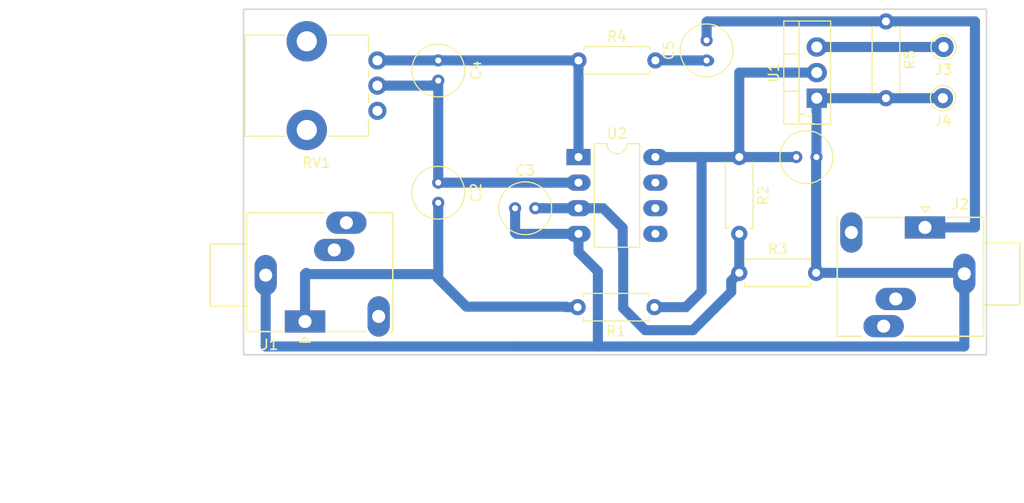
<source format=kicad_pcb>
(kicad_pcb (version 20171130) (host pcbnew 5.0.1-33cea8e~68~ubuntu18.04.1)

  (general
    (thickness 1.6)
    (drawings 10)
    (tracks 74)
    (zones 0)
    (modules 17)
    (nets 17)
  )

  (page A4)
  (layers
    (0 F.Cu signal)
    (31 B.Cu signal)
    (32 B.Adhes user)
    (33 F.Adhes user)
    (34 B.Paste user)
    (35 F.Paste user)
    (36 B.SilkS user)
    (37 F.SilkS user)
    (38 B.Mask user)
    (39 F.Mask user)
    (40 Dwgs.User user)
    (41 Cmts.User user)
    (42 Eco1.User user)
    (43 Eco2.User user)
    (44 Edge.Cuts user)
    (45 Margin user)
    (46 B.CrtYd user)
    (47 F.CrtYd user)
    (48 B.Fab user)
    (49 F.Fab user)
  )

  (setup
    (last_trace_width 1)
    (trace_clearance 0.2)
    (zone_clearance 0.508)
    (zone_45_only no)
    (trace_min 0.2)
    (segment_width 0.2)
    (edge_width 0.15)
    (via_size 0.8)
    (via_drill 0.4)
    (via_min_size 0.4)
    (via_min_drill 0.3)
    (uvia_size 0.3)
    (uvia_drill 0.1)
    (uvias_allowed no)
    (uvia_min_size 0.2)
    (uvia_min_drill 0.1)
    (pcb_text_width 0.3)
    (pcb_text_size 1.5 1.5)
    (mod_edge_width 0.15)
    (mod_text_size 1 1)
    (mod_text_width 0.15)
    (pad_size 1.524 1.524)
    (pad_drill 0.762)
    (pad_to_mask_clearance 0.051)
    (solder_mask_min_width 0.25)
    (aux_axis_origin 50.8 152.4)
    (visible_elements FFFFFF7F)
    (pcbplotparams
      (layerselection 0x00000_fffffffe)
      (usegerberextensions false)
      (usegerberattributes false)
      (usegerberadvancedattributes false)
      (creategerberjobfile false)
      (excludeedgelayer true)
      (linewidth 0.100000)
      (plotframeref false)
      (viasonmask false)
      (mode 1)
      (useauxorigin true)
      (hpglpennumber 1)
      (hpglpenspeed 20)
      (hpglpendiameter 15.000000)
      (psnegative false)
      (psa4output false)
      (plotreference true)
      (plotvalue true)
      (plotinvisibletext false)
      (padsonsilk false)
      (subtractmaskfromsilk false)
      (outputformat 1)
      (mirror false)
      (drillshape 0)
      (scaleselection 1)
      (outputdirectory "gerber/"))
  )

  (net 0 "")
  (net 1 "Net-(C1-Pad1)")
  (net 2 GND)
  (net 3 "Net-(C2-Pad2)")
  (net 4 "Net-(C2-Pad1)")
  (net 5 "Net-(C3-Pad2)")
  (net 6 "Net-(C4-Pad1)")
  (net 7 "Net-(C5-Pad1)")
  (net 8 "Net-(C5-Pad2)")
  (net 9 "Net-(J1-PadTN)")
  (net 10 "Net-(J1-PadRN)")
  (net 11 "Net-(J1-PadR)")
  (net 12 "Net-(J2-PadR)")
  (net 13 "Net-(J2-PadRN)")
  (net 14 "Net-(J2-PadTN)")
  (net 15 "Net-(J3-Pad1)")
  (net 16 "Net-(RV1-Pad3)")

  (net_class Default "This is the default net class."
    (clearance 0.2)
    (trace_width 1)
    (via_dia 0.8)
    (via_drill 0.4)
    (uvia_dia 0.3)
    (uvia_drill 0.1)
    (add_net GND)
    (add_net "Net-(C1-Pad1)")
    (add_net "Net-(C2-Pad1)")
    (add_net "Net-(C2-Pad2)")
    (add_net "Net-(C3-Pad2)")
    (add_net "Net-(C4-Pad1)")
    (add_net "Net-(C5-Pad1)")
    (add_net "Net-(C5-Pad2)")
    (add_net "Net-(J1-PadR)")
    (add_net "Net-(J1-PadRN)")
    (add_net "Net-(J1-PadTN)")
    (add_net "Net-(J2-PadR)")
    (add_net "Net-(J2-PadRN)")
    (add_net "Net-(J2-PadTN)")
    (add_net "Net-(J3-Pad1)")
    (add_net "Net-(RV1-Pad3)")
  )

  (module Connector_Audio:StereoJack_3.5mm_Switch_Ledino_KB3SPRS_Horizontal (layer F.Cu) (tedit 5BD60989) (tstamp 5BEA1E26)
    (at 118.364 139.7635 180)
    (descr https://www.reichelt.de/index.html?ACTION=7&LA=3&OPEN=0&INDEX=0&FILENAME=C160%252FKB3SPRS.pdf)
    (tags "jack stereo TRS")
    (path /5BD6A224)
    (fp_text reference J2 (at -3.5 2.3 180) (layer F.SilkS)
      (effects (font (size 1 1) (thickness 0.15)))
    )
    (fp_text value Output (at 2.3 -12.2 180) (layer F.Fab)
      (effects (font (size 1 1) (thickness 0.15)))
    )
    (fp_circle (center 0.1 -1.75) (end 0.4 -1.55) (layer F.Fab) (width 0.12))
    (fp_line (start 9.1 2) (end 9.1 -11.4) (layer F.CrtYd) (width 0.05))
    (fp_line (start -9.8 -11.4) (end -9.8 2) (layer F.CrtYd) (width 0.05))
    (fp_line (start -9.4 -1.5) (end -5.8 -1.5) (layer F.SilkS) (width 0.15))
    (fp_line (start -9.4 -7.7) (end -9.4 -1.5) (layer F.SilkS) (width 0.15))
    (fp_line (start -5.8 -7.7) (end -9.4 -7.7) (layer F.SilkS) (width 0.15))
    (fp_line (start -5.8 1) (end -5.8 -10.8) (layer F.SilkS) (width 0.15))
    (fp_line (start -2.25 1) (end -5.8 1) (layer F.SilkS) (width 0.15))
    (fp_line (start 6 1) (end 2.25 1) (layer F.SilkS) (width 0.15))
    (fp_line (start 8.7 1) (end 8.6 1) (layer F.SilkS) (width 0.15))
    (fp_line (start 8.7 -10.8) (end 8.7 1) (layer F.SilkS) (width 0.15))
    (fp_line (start 6.3 -10.8) (end 8.7 -10.8) (layer F.SilkS) (width 0.15))
    (fp_line (start -5.8 -10.8) (end 1.95 -10.8) (layer F.SilkS) (width 0.15))
    (fp_line (start 9.1 -11.4) (end -9.8 -11.4) (layer F.CrtYd) (width 0.05))
    (fp_line (start -9.8 2) (end 9.1 2) (layer F.CrtYd) (width 0.05))
    (fp_line (start 8.6 -10.7) (end -5.7 -10.7) (layer F.Fab) (width 0.1))
    (fp_line (start 8.6 0.9) (end 8.6 -10.7) (layer F.Fab) (width 0.1))
    (fp_line (start -5.7 0.9) (end 8.6 0.9) (layer F.Fab) (width 0.1))
    (fp_line (start -5.7 -10.7) (end -5.7 0.9) (layer F.Fab) (width 0.1))
    (fp_line (start -9.3 -7.6) (end -5.7 -7.6) (layer F.Fab) (width 0.1))
    (fp_line (start -9.3 -1.6) (end -5.7 -1.6) (layer F.Fab) (width 0.1))
    (fp_line (start -9.3 -7.6) (end -9.3 -1.6) (layer F.Fab) (width 0.1))
    (fp_line (start 0 1.5) (end -0.5 2.05) (layer F.SilkS) (width 0.12))
    (fp_line (start -0.5 2.05) (end 0.5 2.05) (layer F.SilkS) (width 0.12))
    (fp_line (start 0.5 2.05) (end 0 1.5) (layer F.SilkS) (width 0.12))
    (fp_text user %R (at 2.7 -4.6 180) (layer F.Fab)
      (effects (font (size 1 1) (thickness 0.15)))
    )
    (pad S thru_hole oval (at -3.9 -4.6 180) (size 2.2 4) (drill 1.3) (layers *.Cu *.Mask)
      (net 2 GND))
    (pad R thru_hole oval (at 4.1 -9.8 180) (size 4 2.2) (drill 1.3) (layers *.Cu *.Mask)
      (net 12 "Net-(J2-PadR)"))
    (pad RN thru_hole oval (at 2.9 -7.1 180) (size 4 2.2) (drill 1.3) (layers *.Cu *.Mask)
      (net 13 "Net-(J2-PadRN)"))
    (pad TN thru_hole oval (at 7.3 -0.5 270) (size 4 2.2) (drill 1.3) (layers *.Cu *.Mask)
      (net 14 "Net-(J2-PadTN)"))
    (pad T thru_hole rect (at 0 0 180) (size 4 2.2) (drill 1.3) (layers *.Cu *.Mask)
      (net 8 "Net-(C5-Pad2)"))
    (model ${KISYS3DMOD}/Connector_Audio.3dshapes/StereoJack_3.5mm_Switch_Ledino_KB3SPRS_Horizontal.wrl
      (at (xyz 0 0 0))
      (scale (xyz 1 1 1))
      (rotate (xyz 0 0 0))
    )
    (model /home/androiders/kicad_libs/legacy/packages3d/Relays_THT.3dshapes/Relay_DPDT_Omron_G5V-2.wrl
      (offset (xyz 8 9.5 0))
      (scale (xyz 1.3 0.8 0.5))
      (rotate (xyz 0 0 90))
    )
  )

  (module Connector_Audio:StereoJack_3.5mm_Switch_Ledino_KB3SPRS_Horizontal (layer F.Cu) (tedit 5BD60930) (tstamp 5BEA5224)
    (at 56.896 149.098)
    (descr https://www.reichelt.de/index.html?ACTION=7&LA=3&OPEN=0&INDEX=0&FILENAME=C160%252FKB3SPRS.pdf)
    (tags "jack stereo TRS")
    (path /5BD688BF)
    (fp_text reference J1 (at -3.5 2.3) (layer F.SilkS)
      (effects (font (size 1 1) (thickness 0.15)))
    )
    (fp_text value Input (at 2.3 -12.2) (layer F.Fab)
      (effects (font (size 1 1) (thickness 0.15)))
    )
    (fp_text user %R (at 2.7 -4.6) (layer F.Fab)
      (effects (font (size 1 1) (thickness 0.15)))
    )
    (fp_line (start 0.5 2.05) (end 0 1.5) (layer F.SilkS) (width 0.12))
    (fp_line (start -0.5 2.05) (end 0.5 2.05) (layer F.SilkS) (width 0.12))
    (fp_line (start 0 1.5) (end -0.5 2.05) (layer F.SilkS) (width 0.12))
    (fp_line (start -9.3 -7.6) (end -9.3 -1.6) (layer F.Fab) (width 0.1))
    (fp_line (start -9.3 -1.6) (end -5.7 -1.6) (layer F.Fab) (width 0.1))
    (fp_line (start -9.3 -7.6) (end -5.7 -7.6) (layer F.Fab) (width 0.1))
    (fp_line (start -5.7 -10.7) (end -5.7 0.9) (layer F.Fab) (width 0.1))
    (fp_line (start -5.7 0.9) (end 8.6 0.9) (layer F.Fab) (width 0.1))
    (fp_line (start 8.6 0.9) (end 8.6 -10.7) (layer F.Fab) (width 0.1))
    (fp_line (start 8.6 -10.7) (end -5.7 -10.7) (layer F.Fab) (width 0.1))
    (fp_line (start -9.8 2) (end 9.1 2) (layer F.CrtYd) (width 0.05))
    (fp_line (start 9.1 -11.4) (end -9.8 -11.4) (layer F.CrtYd) (width 0.05))
    (fp_line (start -5.8 -10.8) (end 1.95 -10.8) (layer F.SilkS) (width 0.15))
    (fp_line (start 6.3 -10.8) (end 8.7 -10.8) (layer F.SilkS) (width 0.15))
    (fp_line (start 8.7 -10.8) (end 8.7 1) (layer F.SilkS) (width 0.15))
    (fp_line (start 8.7 1) (end 8.6 1) (layer F.SilkS) (width 0.15))
    (fp_line (start 6 1) (end 2.25 1) (layer F.SilkS) (width 0.15))
    (fp_line (start -2.25 1) (end -5.8 1) (layer F.SilkS) (width 0.15))
    (fp_line (start -5.8 1) (end -5.8 -10.8) (layer F.SilkS) (width 0.15))
    (fp_line (start -5.8 -7.7) (end -9.4 -7.7) (layer F.SilkS) (width 0.15))
    (fp_line (start -9.4 -7.7) (end -9.4 -1.5) (layer F.SilkS) (width 0.15))
    (fp_line (start -9.4 -1.5) (end -5.8 -1.5) (layer F.SilkS) (width 0.15))
    (fp_line (start -9.8 -11.4) (end -9.8 2) (layer F.CrtYd) (width 0.05))
    (fp_line (start 9.1 2) (end 9.1 -11.4) (layer F.CrtYd) (width 0.05))
    (fp_circle (center 0.1 -1.75) (end 0.4 -1.55) (layer F.Fab) (width 0.12))
    (pad T thru_hole rect (at 0 0) (size 4 2.2) (drill 1.3) (layers *.Cu *.Mask)
      (net 3 "Net-(C2-Pad2)"))
    (pad TN thru_hole oval (at 7.3 -0.5 90) (size 4 2.2) (drill 1.3) (layers *.Cu *.Mask)
      (net 9 "Net-(J1-PadTN)"))
    (pad RN thru_hole oval (at 2.9 -7.1) (size 4 2.2) (drill 1.3) (layers *.Cu *.Mask)
      (net 10 "Net-(J1-PadRN)"))
    (pad R thru_hole oval (at 4.1 -9.8) (size 4 2.2) (drill 1.3) (layers *.Cu *.Mask)
      (net 11 "Net-(J1-PadR)"))
    (pad S thru_hole oval (at -3.9 -4.6) (size 2.2 4) (drill 1.3) (layers *.Cu *.Mask)
      (net 2 GND))
    (model ${KISYS3DMOD}/Connector_Audio.3dshapes/StereoJack_3.5mm_Switch_Ledino_KB3SPRS_Horizontal.wrl
      (at (xyz 0 0 0))
      (scale (xyz 1 0.8 1))
      (rotate (xyz 0 0 0))
    )
    (model /home/androiders/kicad_libs/legacy/packages3d/Relays_THT.3dshapes/Relay_DPDT_Omron_G5V-2.wrl
      (offset (xyz 8.5 9 0))
      (scale (xyz 1.1 0.8 0.6))
      (rotate (xyz 0 0 90))
    )
  )

  (module Potentiometer_THT:Potentiometer_Alps_RK09K_Single_Vertical (layer F.Cu) (tedit 5BD6083F) (tstamp 5BEA1EC9)
    (at 64.0715 123.19 180)
    (descr "Potentiometer, vertical, Alps RK09K Single, http://www.alps.com/prod/info/E/HTML/Potentiometer/RotaryPotentiometers/RK09K/RK09K_list.html")
    (tags "Potentiometer vertical Alps RK09K Single")
    (path /5BD5EEAB)
    (fp_text reference RV1 (at 6.05 -10.15 180) (layer F.SilkS)
      (effects (font (size 1 1) (thickness 0.15)))
    )
    (fp_text value 100K (at 6.05 5.15 180) (layer F.Fab)
      (effects (font (size 1 1) (thickness 0.15)))
    )
    (fp_circle (center 7.5 -2.5) (end 10.5 -2.5) (layer F.Fab) (width 0.1))
    (fp_line (start 1 -7.4) (end 1 2.4) (layer F.Fab) (width 0.1))
    (fp_line (start 1 2.4) (end 13 2.4) (layer F.Fab) (width 0.1))
    (fp_line (start 13 2.4) (end 13 -7.4) (layer F.Fab) (width 0.1))
    (fp_line (start 13 -7.4) (end 1 -7.4) (layer F.Fab) (width 0.1))
    (fp_line (start 0.88 -7.521) (end 4.817 -7.521) (layer F.SilkS) (width 0.12))
    (fp_line (start 9.184 -7.521) (end 13.12 -7.521) (layer F.SilkS) (width 0.12))
    (fp_line (start 0.88 2.52) (end 4.817 2.52) (layer F.SilkS) (width 0.12))
    (fp_line (start 9.184 2.52) (end 13.12 2.52) (layer F.SilkS) (width 0.12))
    (fp_line (start 0.88 -7.521) (end 0.88 -5.871) (layer F.SilkS) (width 0.12))
    (fp_line (start 0.88 -4.129) (end 0.88 -3.37) (layer F.SilkS) (width 0.12))
    (fp_line (start 0.88 -1.629) (end 0.88 -0.87) (layer F.SilkS) (width 0.12))
    (fp_line (start 0.88 0.87) (end 0.88 2.52) (layer F.SilkS) (width 0.12))
    (fp_line (start 13.12 -7.521) (end 13.12 2.52) (layer F.SilkS) (width 0.12))
    (fp_line (start -1.15 -9.15) (end -1.15 4.15) (layer F.CrtYd) (width 0.05))
    (fp_line (start -1.15 4.15) (end 13.25 4.15) (layer F.CrtYd) (width 0.05))
    (fp_line (start 13.25 4.15) (end 13.25 -9.15) (layer F.CrtYd) (width 0.05))
    (fp_line (start 13.25 -9.15) (end -1.15 -9.15) (layer F.CrtYd) (width 0.05))
    (fp_text user %R (at 2 -2.5 270) (layer F.Fab)
      (effects (font (size 1 1) (thickness 0.15)))
    )
    (pad 3 thru_hole circle (at 0 -5 180) (size 1.8 1.8) (drill 1) (layers *.Cu *.Mask)
      (net 16 "Net-(RV1-Pad3)"))
    (pad 2 thru_hole circle (at 0 -2.5 180) (size 1.8 1.8) (drill 1) (layers *.Cu *.Mask)
      (net 4 "Net-(C2-Pad1)"))
    (pad 1 thru_hole circle (at 0 0 180) (size 1.8 1.8) (drill 1) (layers *.Cu *.Mask)
      (net 6 "Net-(C4-Pad1)"))
    (pad "" np_thru_hole circle (at 7 -6.9 180) (size 4 4) (drill 2) (layers *.Cu *.Mask))
    (pad "" np_thru_hole circle (at 7 1.9 180) (size 4 4) (drill 2) (layers *.Cu *.Mask))
    (model ${KISYS3DMOD}/Potentiometer_THT.3dshapes/Potentiometer_Alps_RK09K_Single_Vertical.wrl
      (at (xyz 0 0 0))
      (scale (xyz 1 1 1))
      (rotate (xyz 0 0 0))
    )
    (model /home/androiders/kicad_libs/legacy/packages3d/Potentiometers.3dshapes/Potentiometer_Alps_RK09K_Vertical.wrl
      (at (xyz 0 0 0))
      (scale (xyz 0.4 0.4 0.4))
      (rotate (xyz 0 0 0))
    )
  )

  (module Capacitor_THT:C_Radial_D5.0mm_H5.0mm_P2.00mm (layer F.Cu) (tedit 5BD60286) (tstamp 5BEA1DCC)
    (at 77.724 137.8585)
    (descr "C, Radial series, Radial, pin pitch=2.00mm, diameter=5mm, height=5mm, Non-Polar Electrolytic Capacitor")
    (tags "C Radial series Radial pin pitch 2.00mm diameter 5mm height 5mm Non-Polar Electrolytic Capacitor")
    (path /5BD6036A)
    (fp_text reference C3 (at 1 -3.75) (layer F.SilkS)
      (effects (font (size 1 1) (thickness 0.15)))
    )
    (fp_text value 20pF (at 1 3.75) (layer F.Fab)
      (effects (font (size 1 1) (thickness 0.15)))
    )
    (fp_text user %R (at 1 0) (layer F.Fab)
      (effects (font (size 1 1) (thickness 0.15)))
    )
    (fp_circle (center 1 0) (end 3.75 0) (layer F.CrtYd) (width 0.05))
    (fp_circle (center 1 0) (end 3.62 0) (layer F.SilkS) (width 0.12))
    (fp_circle (center 1 0) (end 3.5 0) (layer F.Fab) (width 0.1))
    (pad 2 thru_hole circle (at 2 0) (size 1.2 1.2) (drill 0.6) (layers *.Cu *.Mask)
      (net 5 "Net-(C3-Pad2)"))
    (pad 1 thru_hole circle (at 0 0) (size 1.2 1.2) (drill 0.6) (layers *.Cu *.Mask)
      (net 2 GND))
    (model ${KISYS3DMOD}/Capacitor_THT.3dshapes/C_Radial_D5.0mm_H5.0mm_P2.00mm.wrl
      (at (xyz 0 0 0))
      (scale (xyz 1 1 1))
      (rotate (xyz 0 0 0))
    )
    (model ${KISYS3DMOD}/Capacitor_THT.3dshapes/C_Disc_D3.8mm_W2.6mm_P2.50mm.step
      (at (xyz 0 0 0))
      (scale (xyz 1 1 1))
      (rotate (xyz 0 0 0))
    )
  )

  (module Capacitor_THT:C_Radial_D5.0mm_H5.0mm_P2.00mm (layer F.Cu) (tedit 5BD60260) (tstamp 5BEA1DD6)
    (at 70.104 123.19 270)
    (descr "C, Radial series, Radial, pin pitch=2.00mm, diameter=5mm, height=5mm, Non-Polar Electrolytic Capacitor")
    (tags "C Radial series Radial pin pitch 2.00mm diameter 5mm height 5mm Non-Polar Electrolytic Capacitor")
    (path /5BD5E904)
    (fp_text reference C4 (at 1 -3.75 270) (layer F.SilkS)
      (effects (font (size 1 1) (thickness 0.15)))
    )
    (fp_text value 15pF (at 1 3.75 270) (layer F.Fab)
      (effects (font (size 1 1) (thickness 0.15)))
    )
    (fp_circle (center 1 0) (end 3.5 0) (layer F.Fab) (width 0.1))
    (fp_circle (center 1 0) (end 3.62 0) (layer F.SilkS) (width 0.12))
    (fp_circle (center 1 0) (end 3.75 0) (layer F.CrtYd) (width 0.05))
    (fp_text user %R (at 1 0 270) (layer F.Fab)
      (effects (font (size 1 1) (thickness 0.15)))
    )
    (pad 1 thru_hole circle (at 0 0 270) (size 1.2 1.2) (drill 0.6) (layers *.Cu *.Mask)
      (net 6 "Net-(C4-Pad1)"))
    (pad 2 thru_hole circle (at 2 0 270) (size 1.2 1.2) (drill 0.6) (layers *.Cu *.Mask)
      (net 4 "Net-(C2-Pad1)"))
    (model ${KISYS3DMOD}/Capacitor_THT.3dshapes/C_Radial_D5.0mm_H5.0mm_P2.00mm.wrl
      (at (xyz 0 0 0))
      (scale (xyz 1 1 1))
      (rotate (xyz 0 0 0))
    )
    (model ${KISYS3DMOD}/Capacitor_THT.3dshapes/C_Disc_D3.0mm_W2.0mm_P2.50mm.wrl
      (at (xyz 0 0 0))
      (scale (xyz 1 1 1))
      (rotate (xyz 0 0 0))
    )
  )

  (module Capacitor_THT:C_Radial_D5.0mm_H5.0mm_P2.00mm (layer F.Cu) (tedit 5BD6022B) (tstamp 5BEA1DB8)
    (at 105.6005 132.7785)
    (descr "C, Radial series, Radial, pin pitch=2.00mm, diameter=5mm, height=5mm, Non-Polar Electrolytic Capacitor")
    (tags "C Radial series Radial pin pitch 2.00mm diameter 5mm height 5mm Non-Polar Electrolytic Capacitor")
    (path /5BD5E999)
    (fp_text reference C1 (at 1 -3.75) (layer F.SilkS)
      (effects (font (size 1 1) (thickness 0.15)))
    )
    (fp_text value 15pF (at 1 3.75) (layer F.Fab)
      (effects (font (size 1 1) (thickness 0.15)))
    )
    (fp_circle (center 1 0) (end 3.5 0) (layer F.Fab) (width 0.1))
    (fp_circle (center 1 0) (end 3.62 0) (layer F.SilkS) (width 0.12))
    (fp_circle (center 1 0) (end 3.75 0) (layer F.CrtYd) (width 0.05))
    (fp_text user %R (at 1 0) (layer F.Fab)
      (effects (font (size 1 1) (thickness 0.15)))
    )
    (pad 1 thru_hole circle (at 0 0) (size 1.2 1.2) (drill 0.6) (layers *.Cu *.Mask)
      (net 1 "Net-(C1-Pad1)"))
    (pad 2 thru_hole circle (at 2 0) (size 1.2 1.2) (drill 0.6) (layers *.Cu *.Mask)
      (net 2 GND))
    (model ${KISYS3DMOD}/Capacitor_THT.3dshapes/C_Disc_D3.0mm_W2.0mm_P2.50mm.step
      (at (xyz 0 0 0))
      (scale (xyz 1 1 1))
      (rotate (xyz 0 0 0))
    )
  )

  (module Capacitor_THT:C_Radial_D5.0mm_H5.0mm_P2.00mm (layer F.Cu) (tedit 5BD6012D) (tstamp 5BEA5CEE)
    (at 70.104 135.3185 270)
    (descr "C, Radial series, Radial, pin pitch=2.00mm, diameter=5mm, height=5mm, Non-Polar Electrolytic Capacitor")
    (tags "C Radial series Radial pin pitch 2.00mm diameter 5mm height 5mm Non-Polar Electrolytic Capacitor")
    (path /5BD5E84F)
    (fp_text reference C2 (at 1 -3.75 270) (layer F.SilkS)
      (effects (font (size 1 1) (thickness 0.15)))
    )
    (fp_text value 2.2uF (at 1 3.75 270) (layer F.Fab)
      (effects (font (size 1 1) (thickness 0.15)))
    )
    (fp_text user %R (at 1 0 270) (layer F.Fab)
      (effects (font (size 1 1) (thickness 0.15)))
    )
    (fp_circle (center 1 0) (end 3.75 0) (layer F.CrtYd) (width 0.05))
    (fp_circle (center 1 0) (end 3.62 0) (layer F.SilkS) (width 0.12))
    (fp_circle (center 1 0) (end 3.5 0) (layer F.Fab) (width 0.1))
    (pad 2 thru_hole circle (at 2 0 270) (size 1.2 1.2) (drill 0.6) (layers *.Cu *.Mask)
      (net 3 "Net-(C2-Pad2)"))
    (pad 1 thru_hole circle (at 0 0 270) (size 1.2 1.2) (drill 0.6) (layers *.Cu *.Mask)
      (net 4 "Net-(C2-Pad1)"))
    (model ${KISYS3DMOD}/Capacitor_THT.3dshapes/CP_Radial_D5.0mm_P2.00mm.wrl
      (at (xyz 0 0 0))
      (scale (xyz 1 1 1))
      (rotate (xyz 0 0 0))
    )
  )

  (module Capacitor_THT:C_Radial_D5.0mm_H5.0mm_P2.00mm (layer F.Cu) (tedit 5BD600A2) (tstamp 5BEA1DE0)
    (at 96.7105 123.19 90)
    (descr "C, Radial series, Radial, pin pitch=2.00mm, diameter=5mm, height=5mm, Non-Polar Electrolytic Capacitor")
    (tags "C Radial series Radial pin pitch 2.00mm diameter 5mm height 5mm Non-Polar Electrolytic Capacitor")
    (path /5BD5E7A0)
    (fp_text reference C5 (at 1 -3.75 90) (layer F.SilkS)
      (effects (font (size 1 1) (thickness 0.15)))
    )
    (fp_text value 2.2uF (at 1 3.75 90) (layer F.Fab)
      (effects (font (size 1 1) (thickness 0.15)))
    )
    (fp_circle (center 1 0) (end 3.5 0) (layer F.Fab) (width 0.1))
    (fp_circle (center 1 0) (end 3.62 0) (layer F.SilkS) (width 0.12))
    (fp_circle (center 1 0) (end 3.75 0) (layer F.CrtYd) (width 0.05))
    (fp_text user %R (at 1 0 90) (layer F.Fab)
      (effects (font (size 1 1) (thickness 0.15)))
    )
    (pad 1 thru_hole circle (at 0 0 90) (size 1.2 1.2) (drill 0.6) (layers *.Cu *.Mask)
      (net 7 "Net-(C5-Pad1)"))
    (pad 2 thru_hole circle (at 2 0 90) (size 1.2 1.2) (drill 0.6) (layers *.Cu *.Mask)
      (net 8 "Net-(C5-Pad2)"))
    (model ${KISYS3DMOD}/Capacitor_THT.3dshapes/CP_Radial_D5.0mm_P2.00mm.wrl
      (at (xyz 0 0 0))
      (scale (xyz 1 1 1))
      (rotate (xyz 0 0 0))
    )
  )

  (module Connector_Pin:Pin_D1.0mm_L10.0mm (layer F.Cu) (tedit 5A1DC084) (tstamp 5BEA1E30)
    (at 120.2055 121.8565)
    (descr "solder Pin_ diameter 1.0mm, hole diameter 1.0mm (press fit), length 10.0mm")
    (tags "solder Pin_ press fit")
    (path /5BD705D1)
    (fp_text reference J3 (at 0 2.25) (layer F.SilkS)
      (effects (font (size 1 1) (thickness 0.15)))
    )
    (fp_text value Vdd (at 0 -2.05) (layer F.Fab)
      (effects (font (size 1 1) (thickness 0.15)))
    )
    (fp_circle (center 0 0) (end 1.25 0.05) (layer F.SilkS) (width 0.12))
    (fp_circle (center 0 0) (end 1 0) (layer F.Fab) (width 0.12))
    (fp_circle (center 0 0) (end 0.5 0) (layer F.Fab) (width 0.12))
    (fp_circle (center 0 0) (end 1.5 0) (layer F.CrtYd) (width 0.05))
    (fp_text user %R (at 0 2.25) (layer F.Fab)
      (effects (font (size 1 1) (thickness 0.15)))
    )
    (pad 1 thru_hole circle (at 0 0) (size 2 2) (drill 1) (layers *.Cu *.Mask)
      (net 15 "Net-(J3-Pad1)"))
    (model ${KISYS3DMOD}/Connector_Pin.3dshapes/Pin_D1.0mm_L10.0mm.wrl
      (at (xyz 0 0 0))
      (scale (xyz 1 1 1))
      (rotate (xyz 0 0 0))
    )
  )

  (module Connector_Pin:Pin_D1.0mm_L10.0mm (layer F.Cu) (tedit 5A1DC084) (tstamp 5BEA1E3A)
    (at 120.142 126.9365)
    (descr "solder Pin_ diameter 1.0mm, hole diameter 1.0mm (press fit), length 10.0mm")
    (tags "solder Pin_ press fit")
    (path /5BD7063F)
    (fp_text reference J4 (at 0 2.25) (layer F.SilkS)
      (effects (font (size 1 1) (thickness 0.15)))
    )
    (fp_text value Gnd (at 0 -2.05) (layer F.Fab)
      (effects (font (size 1 1) (thickness 0.15)))
    )
    (fp_text user %R (at 0 2.25) (layer F.Fab)
      (effects (font (size 1 1) (thickness 0.15)))
    )
    (fp_circle (center 0 0) (end 1.5 0) (layer F.CrtYd) (width 0.05))
    (fp_circle (center 0 0) (end 0.5 0) (layer F.Fab) (width 0.12))
    (fp_circle (center 0 0) (end 1 0) (layer F.Fab) (width 0.12))
    (fp_circle (center 0 0) (end 1.25 0.05) (layer F.SilkS) (width 0.12))
    (pad 1 thru_hole circle (at 0 0) (size 2 2) (drill 1) (layers *.Cu *.Mask)
      (net 2 GND))
    (model ${KISYS3DMOD}/Connector_Pin.3dshapes/Pin_D1.0mm_L10.0mm.wrl
      (at (xyz 0 0 0))
      (scale (xyz 1 1 1))
      (rotate (xyz 0 0 0))
    )
  )

  (module Resistor_THT:R_Axial_DIN0207_L6.3mm_D2.5mm_P7.62mm_Horizontal (layer F.Cu) (tedit 5AE5139B) (tstamp 5BEA5C78)
    (at 91.5416 147.6756 180)
    (descr "Resistor, Axial_DIN0207 series, Axial, Horizontal, pin pitch=7.62mm, 0.25W = 1/4W, length*diameter=6.3*2.5mm^2, http://cdn-reichelt.de/documents/datenblatt/B400/1_4W%23YAG.pdf")
    (tags "Resistor Axial_DIN0207 series Axial Horizontal pin pitch 7.62mm 0.25W = 1/4W length 6.3mm diameter 2.5mm")
    (path /5BD5C73A)
    (fp_text reference R1 (at 3.81 -2.37 180) (layer F.SilkS)
      (effects (font (size 1 1) (thickness 0.15)))
    )
    (fp_text value 2K7 (at 3.81 2.37 180) (layer F.Fab)
      (effects (font (size 1 1) (thickness 0.15)))
    )
    (fp_text user %R (at 3.81 0 180) (layer F.Fab)
      (effects (font (size 1 1) (thickness 0.15)))
    )
    (fp_line (start 8.67 -1.5) (end -1.05 -1.5) (layer F.CrtYd) (width 0.05))
    (fp_line (start 8.67 1.5) (end 8.67 -1.5) (layer F.CrtYd) (width 0.05))
    (fp_line (start -1.05 1.5) (end 8.67 1.5) (layer F.CrtYd) (width 0.05))
    (fp_line (start -1.05 -1.5) (end -1.05 1.5) (layer F.CrtYd) (width 0.05))
    (fp_line (start 7.08 1.37) (end 7.08 1.04) (layer F.SilkS) (width 0.12))
    (fp_line (start 0.54 1.37) (end 7.08 1.37) (layer F.SilkS) (width 0.12))
    (fp_line (start 0.54 1.04) (end 0.54 1.37) (layer F.SilkS) (width 0.12))
    (fp_line (start 7.08 -1.37) (end 7.08 -1.04) (layer F.SilkS) (width 0.12))
    (fp_line (start 0.54 -1.37) (end 7.08 -1.37) (layer F.SilkS) (width 0.12))
    (fp_line (start 0.54 -1.04) (end 0.54 -1.37) (layer F.SilkS) (width 0.12))
    (fp_line (start 7.62 0) (end 6.96 0) (layer F.Fab) (width 0.1))
    (fp_line (start 0 0) (end 0.66 0) (layer F.Fab) (width 0.1))
    (fp_line (start 6.96 -1.25) (end 0.66 -1.25) (layer F.Fab) (width 0.1))
    (fp_line (start 6.96 1.25) (end 6.96 -1.25) (layer F.Fab) (width 0.1))
    (fp_line (start 0.66 1.25) (end 6.96 1.25) (layer F.Fab) (width 0.1))
    (fp_line (start 0.66 -1.25) (end 0.66 1.25) (layer F.Fab) (width 0.1))
    (pad 2 thru_hole oval (at 7.62 0 180) (size 1.6 1.6) (drill 0.8) (layers *.Cu *.Mask)
      (net 3 "Net-(C2-Pad2)"))
    (pad 1 thru_hole circle (at 0 0 180) (size 1.6 1.6) (drill 0.8) (layers *.Cu *.Mask)
      (net 1 "Net-(C1-Pad1)"))
    (model ${KISYS3DMOD}/Resistor_THT.3dshapes/R_Axial_DIN0207_L6.3mm_D2.5mm_P7.62mm_Horizontal.wrl
      (at (xyz 0 0 0))
      (scale (xyz 1 1 1))
      (rotate (xyz 0 0 0))
    )
  )

  (module Resistor_THT:R_Axial_DIN0207_L6.3mm_D2.5mm_P7.62mm_Horizontal (layer F.Cu) (tedit 5AE5139B) (tstamp 5BEA6045)
    (at 99.949 132.7785 270)
    (descr "Resistor, Axial_DIN0207 series, Axial, Horizontal, pin pitch=7.62mm, 0.25W = 1/4W, length*diameter=6.3*2.5mm^2, http://cdn-reichelt.de/documents/datenblatt/B400/1_4W%23YAG.pdf")
    (tags "Resistor Axial_DIN0207 series Axial Horizontal pin pitch 7.62mm 0.25W = 1/4W length 6.3mm diameter 2.5mm")
    (path /5BD5C66B)
    (fp_text reference R2 (at 3.81 -2.37 270) (layer F.SilkS)
      (effects (font (size 1 1) (thickness 0.15)))
    )
    (fp_text value 56K (at 3.81 2.37 270) (layer F.Fab)
      (effects (font (size 1 1) (thickness 0.15)))
    )
    (fp_text user %R (at 3.81 0 270) (layer F.Fab)
      (effects (font (size 1 1) (thickness 0.15)))
    )
    (fp_line (start 8.67 -1.5) (end -1.05 -1.5) (layer F.CrtYd) (width 0.05))
    (fp_line (start 8.67 1.5) (end 8.67 -1.5) (layer F.CrtYd) (width 0.05))
    (fp_line (start -1.05 1.5) (end 8.67 1.5) (layer F.CrtYd) (width 0.05))
    (fp_line (start -1.05 -1.5) (end -1.05 1.5) (layer F.CrtYd) (width 0.05))
    (fp_line (start 7.08 1.37) (end 7.08 1.04) (layer F.SilkS) (width 0.12))
    (fp_line (start 0.54 1.37) (end 7.08 1.37) (layer F.SilkS) (width 0.12))
    (fp_line (start 0.54 1.04) (end 0.54 1.37) (layer F.SilkS) (width 0.12))
    (fp_line (start 7.08 -1.37) (end 7.08 -1.04) (layer F.SilkS) (width 0.12))
    (fp_line (start 0.54 -1.37) (end 7.08 -1.37) (layer F.SilkS) (width 0.12))
    (fp_line (start 0.54 -1.04) (end 0.54 -1.37) (layer F.SilkS) (width 0.12))
    (fp_line (start 7.62 0) (end 6.96 0) (layer F.Fab) (width 0.1))
    (fp_line (start 0 0) (end 0.66 0) (layer F.Fab) (width 0.1))
    (fp_line (start 6.96 -1.25) (end 0.66 -1.25) (layer F.Fab) (width 0.1))
    (fp_line (start 6.96 1.25) (end 6.96 -1.25) (layer F.Fab) (width 0.1))
    (fp_line (start 0.66 1.25) (end 6.96 1.25) (layer F.Fab) (width 0.1))
    (fp_line (start 0.66 -1.25) (end 0.66 1.25) (layer F.Fab) (width 0.1))
    (pad 2 thru_hole oval (at 7.62 0 270) (size 1.6 1.6) (drill 0.8) (layers *.Cu *.Mask)
      (net 5 "Net-(C3-Pad2)"))
    (pad 1 thru_hole circle (at 0 0 270) (size 1.6 1.6) (drill 0.8) (layers *.Cu *.Mask)
      (net 1 "Net-(C1-Pad1)"))
    (model ${KISYS3DMOD}/Resistor_THT.3dshapes/R_Axial_DIN0207_L6.3mm_D2.5mm_P7.62mm_Horizontal.wrl
      (at (xyz 0 0 0))
      (scale (xyz 1 1 1))
      (rotate (xyz 0 0 0))
    )
  )

  (module Resistor_THT:R_Axial_DIN0207_L6.3mm_D2.5mm_P7.62mm_Horizontal (layer F.Cu) (tedit 5AE5139B) (tstamp 5BEAA0AB)
    (at 99.949 144.272)
    (descr "Resistor, Axial_DIN0207 series, Axial, Horizontal, pin pitch=7.62mm, 0.25W = 1/4W, length*diameter=6.3*2.5mm^2, http://cdn-reichelt.de/documents/datenblatt/B400/1_4W%23YAG.pdf")
    (tags "Resistor Axial_DIN0207 series Axial Horizontal pin pitch 7.62mm 0.25W = 1/4W length 6.3mm diameter 2.5mm")
    (path /5BD5C5C2)
    (fp_text reference R3 (at 3.81 -2.37) (layer F.SilkS)
      (effects (font (size 1 1) (thickness 0.15)))
    )
    (fp_text value 56K (at 3.81 2.37) (layer F.Fab)
      (effects (font (size 1 1) (thickness 0.15)))
    )
    (fp_line (start 0.66 -1.25) (end 0.66 1.25) (layer F.Fab) (width 0.1))
    (fp_line (start 0.66 1.25) (end 6.96 1.25) (layer F.Fab) (width 0.1))
    (fp_line (start 6.96 1.25) (end 6.96 -1.25) (layer F.Fab) (width 0.1))
    (fp_line (start 6.96 -1.25) (end 0.66 -1.25) (layer F.Fab) (width 0.1))
    (fp_line (start 0 0) (end 0.66 0) (layer F.Fab) (width 0.1))
    (fp_line (start 7.62 0) (end 6.96 0) (layer F.Fab) (width 0.1))
    (fp_line (start 0.54 -1.04) (end 0.54 -1.37) (layer F.SilkS) (width 0.12))
    (fp_line (start 0.54 -1.37) (end 7.08 -1.37) (layer F.SilkS) (width 0.12))
    (fp_line (start 7.08 -1.37) (end 7.08 -1.04) (layer F.SilkS) (width 0.12))
    (fp_line (start 0.54 1.04) (end 0.54 1.37) (layer F.SilkS) (width 0.12))
    (fp_line (start 0.54 1.37) (end 7.08 1.37) (layer F.SilkS) (width 0.12))
    (fp_line (start 7.08 1.37) (end 7.08 1.04) (layer F.SilkS) (width 0.12))
    (fp_line (start -1.05 -1.5) (end -1.05 1.5) (layer F.CrtYd) (width 0.05))
    (fp_line (start -1.05 1.5) (end 8.67 1.5) (layer F.CrtYd) (width 0.05))
    (fp_line (start 8.67 1.5) (end 8.67 -1.5) (layer F.CrtYd) (width 0.05))
    (fp_line (start 8.67 -1.5) (end -1.05 -1.5) (layer F.CrtYd) (width 0.05))
    (fp_text user %R (at 3.81 0) (layer F.Fab)
      (effects (font (size 1 1) (thickness 0.15)))
    )
    (pad 1 thru_hole circle (at 0 0) (size 1.6 1.6) (drill 0.8) (layers *.Cu *.Mask)
      (net 5 "Net-(C3-Pad2)"))
    (pad 2 thru_hole oval (at 7.62 0) (size 1.6 1.6) (drill 0.8) (layers *.Cu *.Mask)
      (net 2 GND))
    (model ${KISYS3DMOD}/Resistor_THT.3dshapes/R_Axial_DIN0207_L6.3mm_D2.5mm_P7.62mm_Horizontal.wrl
      (at (xyz 0 0 0))
      (scale (xyz 1 1 1))
      (rotate (xyz 0 0 0))
    )
  )

  (module Resistor_THT:R_Axial_DIN0207_L6.3mm_D2.5mm_P7.62mm_Horizontal (layer F.Cu) (tedit 5AE5139B) (tstamp 5BEA3AE8)
    (at 84.0105 123.19)
    (descr "Resistor, Axial_DIN0207 series, Axial, Horizontal, pin pitch=7.62mm, 0.25W = 1/4W, length*diameter=6.3*2.5mm^2, http://cdn-reichelt.de/documents/datenblatt/B400/1_4W%23YAG.pdf")
    (tags "Resistor Axial_DIN0207 series Axial Horizontal pin pitch 7.62mm 0.25W = 1/4W length 6.3mm diameter 2.5mm")
    (path /5BD5C6E0)
    (fp_text reference R4 (at 3.81 -2.37) (layer F.SilkS)
      (effects (font (size 1 1) (thickness 0.15)))
    )
    (fp_text value 47 (at 3.81 2.37) (layer F.Fab)
      (effects (font (size 1 1) (thickness 0.15)))
    )
    (fp_line (start 0.66 -1.25) (end 0.66 1.25) (layer F.Fab) (width 0.1))
    (fp_line (start 0.66 1.25) (end 6.96 1.25) (layer F.Fab) (width 0.1))
    (fp_line (start 6.96 1.25) (end 6.96 -1.25) (layer F.Fab) (width 0.1))
    (fp_line (start 6.96 -1.25) (end 0.66 -1.25) (layer F.Fab) (width 0.1))
    (fp_line (start 0 0) (end 0.66 0) (layer F.Fab) (width 0.1))
    (fp_line (start 7.62 0) (end 6.96 0) (layer F.Fab) (width 0.1))
    (fp_line (start 0.54 -1.04) (end 0.54 -1.37) (layer F.SilkS) (width 0.12))
    (fp_line (start 0.54 -1.37) (end 7.08 -1.37) (layer F.SilkS) (width 0.12))
    (fp_line (start 7.08 -1.37) (end 7.08 -1.04) (layer F.SilkS) (width 0.12))
    (fp_line (start 0.54 1.04) (end 0.54 1.37) (layer F.SilkS) (width 0.12))
    (fp_line (start 0.54 1.37) (end 7.08 1.37) (layer F.SilkS) (width 0.12))
    (fp_line (start 7.08 1.37) (end 7.08 1.04) (layer F.SilkS) (width 0.12))
    (fp_line (start -1.05 -1.5) (end -1.05 1.5) (layer F.CrtYd) (width 0.05))
    (fp_line (start -1.05 1.5) (end 8.67 1.5) (layer F.CrtYd) (width 0.05))
    (fp_line (start 8.67 1.5) (end 8.67 -1.5) (layer F.CrtYd) (width 0.05))
    (fp_line (start 8.67 -1.5) (end -1.05 -1.5) (layer F.CrtYd) (width 0.05))
    (fp_text user %R (at 3.81 0) (layer F.Fab)
      (effects (font (size 1 1) (thickness 0.15)))
    )
    (pad 1 thru_hole circle (at 0 0) (size 1.6 1.6) (drill 0.8) (layers *.Cu *.Mask)
      (net 6 "Net-(C4-Pad1)"))
    (pad 2 thru_hole oval (at 7.62 0) (size 1.6 1.6) (drill 0.8) (layers *.Cu *.Mask)
      (net 7 "Net-(C5-Pad1)"))
    (model ${KISYS3DMOD}/Resistor_THT.3dshapes/R_Axial_DIN0207_L6.3mm_D2.5mm_P7.62mm_Horizontal.wrl
      (at (xyz 0 0 0))
      (scale (xyz 1 1 1))
      (rotate (xyz 0 0 0))
    )
  )

  (module Resistor_THT:R_Axial_DIN0207_L6.3mm_D2.5mm_P7.62mm_Horizontal (layer F.Cu) (tedit 5AE5139B) (tstamp 5BEA1EAD)
    (at 114.4905 119.3165 270)
    (descr "Resistor, Axial_DIN0207 series, Axial, Horizontal, pin pitch=7.62mm, 0.25W = 1/4W, length*diameter=6.3*2.5mm^2, http://cdn-reichelt.de/documents/datenblatt/B400/1_4W%23YAG.pdf")
    (tags "Resistor Axial_DIN0207 series Axial Horizontal pin pitch 7.62mm 0.25W = 1/4W length 6.3mm diameter 2.5mm")
    (path /5BD6220D)
    (fp_text reference R5 (at 3.81 -2.37 270) (layer F.SilkS)
      (effects (font (size 1 1) (thickness 0.15)))
    )
    (fp_text value 10K (at 3.81 2.37 270) (layer F.Fab)
      (effects (font (size 1 1) (thickness 0.15)))
    )
    (fp_line (start 0.66 -1.25) (end 0.66 1.25) (layer F.Fab) (width 0.1))
    (fp_line (start 0.66 1.25) (end 6.96 1.25) (layer F.Fab) (width 0.1))
    (fp_line (start 6.96 1.25) (end 6.96 -1.25) (layer F.Fab) (width 0.1))
    (fp_line (start 6.96 -1.25) (end 0.66 -1.25) (layer F.Fab) (width 0.1))
    (fp_line (start 0 0) (end 0.66 0) (layer F.Fab) (width 0.1))
    (fp_line (start 7.62 0) (end 6.96 0) (layer F.Fab) (width 0.1))
    (fp_line (start 0.54 -1.04) (end 0.54 -1.37) (layer F.SilkS) (width 0.12))
    (fp_line (start 0.54 -1.37) (end 7.08 -1.37) (layer F.SilkS) (width 0.12))
    (fp_line (start 7.08 -1.37) (end 7.08 -1.04) (layer F.SilkS) (width 0.12))
    (fp_line (start 0.54 1.04) (end 0.54 1.37) (layer F.SilkS) (width 0.12))
    (fp_line (start 0.54 1.37) (end 7.08 1.37) (layer F.SilkS) (width 0.12))
    (fp_line (start 7.08 1.37) (end 7.08 1.04) (layer F.SilkS) (width 0.12))
    (fp_line (start -1.05 -1.5) (end -1.05 1.5) (layer F.CrtYd) (width 0.05))
    (fp_line (start -1.05 1.5) (end 8.67 1.5) (layer F.CrtYd) (width 0.05))
    (fp_line (start 8.67 1.5) (end 8.67 -1.5) (layer F.CrtYd) (width 0.05))
    (fp_line (start 8.67 -1.5) (end -1.05 -1.5) (layer F.CrtYd) (width 0.05))
    (fp_text user %R (at 3.81 0 270) (layer F.Fab)
      (effects (font (size 1 1) (thickness 0.15)))
    )
    (pad 1 thru_hole circle (at 0 0 270) (size 1.6 1.6) (drill 0.8) (layers *.Cu *.Mask)
      (net 8 "Net-(C5-Pad2)"))
    (pad 2 thru_hole oval (at 7.62 0 270) (size 1.6 1.6) (drill 0.8) (layers *.Cu *.Mask)
      (net 2 GND))
    (model ${KISYS3DMOD}/Resistor_THT.3dshapes/R_Axial_DIN0207_L6.3mm_D2.5mm_P7.62mm_Horizontal.wrl
      (at (xyz 0 0 0))
      (scale (xyz 1 1 1))
      (rotate (xyz 0 0 0))
    )
  )

  (module Package_TO_SOT_THT:TO-220-3_Vertical (layer F.Cu) (tedit 5AC8BA0D) (tstamp 5BEA1EE3)
    (at 107.6325 126.9365 90)
    (descr "TO-220-3, Vertical, RM 2.54mm, see https://www.vishay.com/docs/66542/to-220-1.pdf")
    (tags "TO-220-3 Vertical RM 2.54mm")
    (path /5BD5CA9C)
    (fp_text reference U1 (at 2.54 -4.27 90) (layer F.SilkS)
      (effects (font (size 1 1) (thickness 0.15)))
    )
    (fp_text value "3.3 reg" (at 2.54 2.5 90) (layer F.Fab)
      (effects (font (size 1 1) (thickness 0.15)))
    )
    (fp_line (start -2.46 -3.15) (end -2.46 1.25) (layer F.Fab) (width 0.1))
    (fp_line (start -2.46 1.25) (end 7.54 1.25) (layer F.Fab) (width 0.1))
    (fp_line (start 7.54 1.25) (end 7.54 -3.15) (layer F.Fab) (width 0.1))
    (fp_line (start 7.54 -3.15) (end -2.46 -3.15) (layer F.Fab) (width 0.1))
    (fp_line (start -2.46 -1.88) (end 7.54 -1.88) (layer F.Fab) (width 0.1))
    (fp_line (start 0.69 -3.15) (end 0.69 -1.88) (layer F.Fab) (width 0.1))
    (fp_line (start 4.39 -3.15) (end 4.39 -1.88) (layer F.Fab) (width 0.1))
    (fp_line (start -2.58 -3.27) (end 7.66 -3.27) (layer F.SilkS) (width 0.12))
    (fp_line (start -2.58 1.371) (end 7.66 1.371) (layer F.SilkS) (width 0.12))
    (fp_line (start -2.58 -3.27) (end -2.58 1.371) (layer F.SilkS) (width 0.12))
    (fp_line (start 7.66 -3.27) (end 7.66 1.371) (layer F.SilkS) (width 0.12))
    (fp_line (start -2.58 -1.76) (end 7.66 -1.76) (layer F.SilkS) (width 0.12))
    (fp_line (start 0.69 -3.27) (end 0.69 -1.76) (layer F.SilkS) (width 0.12))
    (fp_line (start 4.391 -3.27) (end 4.391 -1.76) (layer F.SilkS) (width 0.12))
    (fp_line (start -2.71 -3.4) (end -2.71 1.51) (layer F.CrtYd) (width 0.05))
    (fp_line (start -2.71 1.51) (end 7.79 1.51) (layer F.CrtYd) (width 0.05))
    (fp_line (start 7.79 1.51) (end 7.79 -3.4) (layer F.CrtYd) (width 0.05))
    (fp_line (start 7.79 -3.4) (end -2.71 -3.4) (layer F.CrtYd) (width 0.05))
    (fp_text user %R (at 2.54 -4.27 90) (layer F.Fab)
      (effects (font (size 1 1) (thickness 0.15)))
    )
    (pad 1 thru_hole rect (at 0 0 90) (size 1.905 2) (drill 1.1) (layers *.Cu *.Mask)
      (net 2 GND))
    (pad 2 thru_hole oval (at 2.54 0 90) (size 1.905 2) (drill 1.1) (layers *.Cu *.Mask)
      (net 1 "Net-(C1-Pad1)"))
    (pad 3 thru_hole oval (at 5.08 0 90) (size 1.905 2) (drill 1.1) (layers *.Cu *.Mask)
      (net 15 "Net-(J3-Pad1)"))
    (model ${KISYS3DMOD}/Package_TO_SOT_THT.3dshapes/TO-220-3_Vertical.wrl
      (at (xyz 0 0 0))
      (scale (xyz 1 1 1))
      (rotate (xyz 0 0 0))
    )
  )

  (module Package_DIP:DIP-8_W7.62mm_LongPads (layer F.Cu) (tedit 5A02E8C5) (tstamp 5BEA1EFF)
    (at 84.0105 132.7785)
    (descr "8-lead though-hole mounted DIP package, row spacing 7.62 mm (300 mils), LongPads")
    (tags "THT DIP DIL PDIP 2.54mm 7.62mm 300mil LongPads")
    (path /5BD5C363)
    (fp_text reference U2 (at 3.81 -2.33) (layer F.SilkS)
      (effects (font (size 1 1) (thickness 0.15)))
    )
    (fp_text value LM358 (at 3.81 9.95) (layer F.Fab)
      (effects (font (size 1 1) (thickness 0.15)))
    )
    (fp_arc (start 3.81 -1.33) (end 2.81 -1.33) (angle -180) (layer F.SilkS) (width 0.12))
    (fp_line (start 1.635 -1.27) (end 6.985 -1.27) (layer F.Fab) (width 0.1))
    (fp_line (start 6.985 -1.27) (end 6.985 8.89) (layer F.Fab) (width 0.1))
    (fp_line (start 6.985 8.89) (end 0.635 8.89) (layer F.Fab) (width 0.1))
    (fp_line (start 0.635 8.89) (end 0.635 -0.27) (layer F.Fab) (width 0.1))
    (fp_line (start 0.635 -0.27) (end 1.635 -1.27) (layer F.Fab) (width 0.1))
    (fp_line (start 2.81 -1.33) (end 1.56 -1.33) (layer F.SilkS) (width 0.12))
    (fp_line (start 1.56 -1.33) (end 1.56 8.95) (layer F.SilkS) (width 0.12))
    (fp_line (start 1.56 8.95) (end 6.06 8.95) (layer F.SilkS) (width 0.12))
    (fp_line (start 6.06 8.95) (end 6.06 -1.33) (layer F.SilkS) (width 0.12))
    (fp_line (start 6.06 -1.33) (end 4.81 -1.33) (layer F.SilkS) (width 0.12))
    (fp_line (start -1.45 -1.55) (end -1.45 9.15) (layer F.CrtYd) (width 0.05))
    (fp_line (start -1.45 9.15) (end 9.1 9.15) (layer F.CrtYd) (width 0.05))
    (fp_line (start 9.1 9.15) (end 9.1 -1.55) (layer F.CrtYd) (width 0.05))
    (fp_line (start 9.1 -1.55) (end -1.45 -1.55) (layer F.CrtYd) (width 0.05))
    (fp_text user %R (at 3.81 3.81) (layer F.Fab)
      (effects (font (size 1 1) (thickness 0.15)))
    )
    (pad 1 thru_hole rect (at 0 0) (size 2.4 1.6) (drill 0.8) (layers *.Cu *.Mask)
      (net 6 "Net-(C4-Pad1)"))
    (pad 5 thru_hole oval (at 7.62 7.62) (size 2.4 1.6) (drill 0.8) (layers *.Cu *.Mask))
    (pad 2 thru_hole oval (at 0 2.54) (size 2.4 1.6) (drill 0.8) (layers *.Cu *.Mask)
      (net 4 "Net-(C2-Pad1)"))
    (pad 6 thru_hole oval (at 7.62 5.08) (size 2.4 1.6) (drill 0.8) (layers *.Cu *.Mask))
    (pad 3 thru_hole oval (at 0 5.08) (size 2.4 1.6) (drill 0.8) (layers *.Cu *.Mask)
      (net 5 "Net-(C3-Pad2)"))
    (pad 7 thru_hole oval (at 7.62 2.54) (size 2.4 1.6) (drill 0.8) (layers *.Cu *.Mask))
    (pad 4 thru_hole oval (at 0 7.62) (size 2.4 1.6) (drill 0.8) (layers *.Cu *.Mask)
      (net 2 GND))
    (pad 8 thru_hole oval (at 7.62 0) (size 2.4 1.6) (drill 0.8) (layers *.Cu *.Mask)
      (net 1 "Net-(C1-Pad1)"))
    (model ${KISYS3DMOD}/Package_DIP.3dshapes/DIP-8_W7.62mm.wrl
      (at (xyz 0 0 0))
      (scale (xyz 1 1 1))
      (rotate (xyz 0 0 0))
    )
  )

  (gr_text C5+ (at 95.504 126.0475) (layer Dwgs.User)
    (effects (font (size 1.5 1.5) (thickness 0.3)))
  )
  (gr_text C5- (at 94.869 118.999) (layer Dwgs.User)
    (effects (font (size 1 1) (thickness 0.25)))
  )
  (gr_text C2+ (at 67.183 133.604) (layer Dwgs.User)
    (effects (font (size 1 1) (thickness 0.25)))
  )
  (gr_text C2- (at 68.072 139.1285) (layer Dwgs.User)
    (effects (font (size 1 1) (thickness 0.25)))
  )
  (gr_line (start 124.46 152.4) (end 50.8 152.4) (layer Edge.Cuts) (width 0.15))
  (gr_line (start 124.46 118.11) (end 124.46 152.4) (layer Edge.Cuts) (width 0.15))
  (gr_line (start 50.8 118.11) (end 124.46 118.11) (layer Edge.Cuts) (width 0.15))
  (gr_line (start 50.8 152.4) (end 50.8 118.11) (layer Edge.Cuts) (width 0.15))
  (dimension 34.29 (width 0.3) (layer Margin)
    (gr_text "34,290 mm" (at 32.19 135.255 90) (layer Margin)
      (effects (font (size 1.5 1.5) (thickness 0.3)))
    )
    (feature1 (pts (xy 40.64 118.11) (xy 33.703579 118.11)))
    (feature2 (pts (xy 40.64 152.4) (xy 33.703579 152.4)))
    (crossbar (pts (xy 34.29 152.4) (xy 34.29 118.11)))
    (arrow1a (pts (xy 34.29 118.11) (xy 34.876421 119.236504)))
    (arrow1b (pts (xy 34.29 118.11) (xy 33.703579 119.236504)))
    (arrow2a (pts (xy 34.29 152.4) (xy 34.876421 151.273496)))
    (arrow2b (pts (xy 34.29 152.4) (xy 33.703579 151.273496)))
  )
  (dimension 73.66 (width 0.3) (layer Margin)
    (gr_text "73,660 mm" (at 87.63 168.47) (layer Margin)
      (effects (font (size 1.5 1.5) (thickness 0.3)))
    )
    (feature1 (pts (xy 124.46 158.75) (xy 124.46 166.956421)))
    (feature2 (pts (xy 50.8 158.75) (xy 50.8 166.956421)))
    (crossbar (pts (xy 50.8 166.37) (xy 124.46 166.37)))
    (arrow1a (pts (xy 124.46 166.37) (xy 123.333496 166.956421)))
    (arrow1b (pts (xy 124.46 166.37) (xy 123.333496 165.783579)))
    (arrow2a (pts (xy 50.8 166.37) (xy 51.926504 166.956421)))
    (arrow2b (pts (xy 50.8 166.37) (xy 51.926504 165.783579)))
  )

  (segment (start 105.6005 132.7785) (end 103.124 132.7785) (width 1) (layer B.Cu) (net 1))
  (segment (start 99.949 132.7785) (end 103.124 132.7785) (width 1) (layer B.Cu) (net 1))
  (segment (start 99.949 124.3965) (end 99.949 132.7785) (width 1) (layer B.Cu) (net 1))
  (segment (start 107.6325 124.3965) (end 99.949 124.3965) (width 1) (layer B.Cu) (net 1))
  (segment (start 96.2152 146.1008) (end 96.2152 132.7785) (width 1) (layer B.Cu) (net 1))
  (segment (start 94.6404 147.6756) (end 96.2152 146.1008) (width 1) (layer B.Cu) (net 1))
  (segment (start 91.5416 147.6756) (end 94.6404 147.6756) (width 1) (layer B.Cu) (net 1))
  (segment (start 91.6305 132.7785) (end 96.2152 132.7785) (width 1) (layer B.Cu) (net 1))
  (segment (start 96.2152 132.7785) (end 99.949 132.7785) (width 1) (layer B.Cu) (net 1))
  (segment (start 77.724 140.2715) (end 77.724 137.8585) (width 1) (layer B.Cu) (net 2))
  (segment (start 122.1725 144.272) (end 122.264 144.3635) (width 1) (layer B.Cu) (net 2))
  (segment (start 107.569 144.272) (end 122.1725 144.272) (width 1) (layer B.Cu) (net 2))
  (segment (start 107.569 132.81) (end 107.6005 132.7785) (width 1) (layer B.Cu) (net 2))
  (segment (start 107.569 144.272) (end 107.569 132.81) (width 1) (layer B.Cu) (net 2))
  (segment (start 107.6005 126.9685) (end 107.6325 126.9365) (width 1) (layer B.Cu) (net 2))
  (segment (start 107.6005 132.7785) (end 107.6005 126.9685) (width 1) (layer B.Cu) (net 2))
  (segment (start 107.6325 126.9365) (end 114.4905 126.9365) (width 1) (layer B.Cu) (net 2))
  (segment (start 114.4905 126.9365) (end 120.142 126.9365) (width 1) (layer B.Cu) (net 2))
  (segment (start 122.264 151.548) (end 122.264 147.9285) (width 1) (layer B.Cu) (net 2))
  (segment (start 122.264 147.9285) (end 122.264 144.3635) (width 1) (layer B.Cu) (net 2))
  (segment (start 122.2375 151.5745) (end 122.264 151.548) (width 1) (layer B.Cu) (net 2))
  (segment (start 52.996 151.548) (end 52.996 144.498) (width 1) (layer B.Cu) (net 2))
  (segment (start 77.724 151.5745) (end 53.0225 151.5745) (width 1) (layer B.Cu) (net 2))
  (segment (start 53.0225 151.5745) (end 52.996 151.548) (width 1) (layer B.Cu) (net 2))
  (segment (start 84.0105 142.1985) (end 85.9316 144.1196) (width 1) (layer B.Cu) (net 2))
  (segment (start 84.0105 140.3985) (end 84.0105 142.1985) (width 1) (layer B.Cu) (net 2))
  (segment (start 85.9316 151.5457) (end 85.9028 151.5745) (width 1) (layer B.Cu) (net 2))
  (segment (start 85.9316 144.1196) (end 85.9316 151.5457) (width 1) (layer B.Cu) (net 2))
  (segment (start 77.724 151.5745) (end 85.9028 151.5745) (width 1) (layer B.Cu) (net 2))
  (segment (start 85.9028 151.5745) (end 122.2375 151.5745) (width 1) (layer B.Cu) (net 2))
  (segment (start 77.851 140.3985) (end 77.724 140.2715) (width 1) (layer B.Cu) (net 2))
  (segment (start 84.0105 140.3985) (end 77.851 140.3985) (width 1) (layer B.Cu) (net 2))
  (segment (start 56.896 149.098) (end 56.896 144.399) (width 1) (layer B.Cu) (net 3))
  (segment (start 56.896 144.399) (end 57.023 144.272) (width 1) (layer B.Cu) (net 3))
  (segment (start 82.79023 147.6756) (end 82.73943 147.6248) (width 1) (layer B.Cu) (net 3))
  (segment (start 83.9216 147.6756) (end 82.79023 147.6756) (width 1) (layer B.Cu) (net 3))
  (segment (start 82.73943 147.6248) (end 72.898 147.6248) (width 1) (layer B.Cu) (net 3))
  (segment (start 72.898 147.6248) (end 70.0532 144.78) (width 1) (layer B.Cu) (net 3))
  (segment (start 70.0532 144.78) (end 70.104 144.7292) (width 1) (layer B.Cu) (net 3))
  (segment (start 69.8754 144.399) (end 70.104 144.1704) (width 1) (layer B.Cu) (net 3))
  (segment (start 56.896 144.399) (end 69.8754 144.399) (width 1) (layer B.Cu) (net 3))
  (segment (start 70.104 144.7292) (end 70.104 144.1704) (width 1) (layer B.Cu) (net 3))
  (segment (start 70.104 144.1704) (end 70.104 137.3185) (width 1) (layer B.Cu) (net 3))
  (segment (start 69.604 125.69) (end 70.104 125.19) (width 1) (layer B.Cu) (net 4))
  (segment (start 64.0715 125.69) (end 69.604 125.69) (width 1) (layer B.Cu) (net 4))
  (segment (start 70.104 134.469972) (end 70.104 125.19) (width 1) (layer B.Cu) (net 4))
  (segment (start 70.104 135.3185) (end 70.104 134.469972) (width 1) (layer B.Cu) (net 4))
  (segment (start 70.952528 135.3185) (end 84.0105 135.3185) (width 1) (layer B.Cu) (net 4))
  (segment (start 70.104 135.3185) (end 70.952528 135.3185) (width 1) (layer B.Cu) (net 4))
  (segment (start 79.724 137.8585) (end 84.0105 137.8585) (width 1) (layer B.Cu) (net 5))
  (segment (start 99.949 140.3985) (end 99.949 144.272) (width 1) (layer B.Cu) (net 5))
  (segment (start 99.149001 145.071999) (end 99.149001 146.164199) (width 1) (layer B.Cu) (net 5))
  (segment (start 99.949 144.272) (end 99.149001 145.071999) (width 1) (layer B.Cu) (net 5))
  (segment (start 99.149001 146.164199) (end 95.3516 149.9616) (width 1) (layer B.Cu) (net 5))
  (segment (start 95.3516 149.9616) (end 90.6272 149.9616) (width 1) (layer B.Cu) (net 5))
  (segment (start 90.6272 149.9616) (end 88.4428 147.7772) (width 1) (layer B.Cu) (net 5))
  (segment (start 88.4428 141.8908) (end 88.392 141.84) (width 1) (layer B.Cu) (net 5))
  (segment (start 88.4428 147.7772) (end 88.4428 141.8908) (width 1) (layer B.Cu) (net 5))
  (segment (start 88.392 141.84) (end 88.392 139.8016) (width 1) (layer B.Cu) (net 5))
  (segment (start 86.4489 137.8585) (end 84.0105 137.8585) (width 1) (layer B.Cu) (net 5))
  (segment (start 88.392 139.8016) (end 86.4489 137.8585) (width 1) (layer B.Cu) (net 5))
  (segment (start 84.0105 132.7785) (end 84.0105 123.19) (width 1) (layer B.Cu) (net 6))
  (segment (start 84.0105 123.19) (end 70.104 123.19) (width 1) (layer B.Cu) (net 6))
  (segment (start 70.104 123.19) (end 64.0715 123.19) (width 1) (layer B.Cu) (net 6))
  (segment (start 96.933 123.19) (end 96.9645 123.2215) (width 1) (layer B.Cu) (net 7))
  (segment (start 91.6305 123.19) (end 96.7105 123.19) (width 1) (layer B.Cu) (net 7))
  (segment (start 123.317 119.3165) (end 114.4905 119.3165) (width 1) (layer B.Cu) (net 8))
  (segment (start 118.364 139.7635) (end 123.317 139.7635) (width 1) (layer B.Cu) (net 8))
  (segment (start 123.317 139.7635) (end 123.317 119.3165) (width 1) (layer B.Cu) (net 8))
  (segment (start 96.7105 119.38) (end 96.7105 121.19) (width 1) (layer B.Cu) (net 8))
  (segment (start 114.4905 119.3165) (end 96.774 119.3165) (width 1) (layer B.Cu) (net 8))
  (segment (start 96.774 119.3165) (end 96.7105 119.38) (width 1) (layer B.Cu) (net 8))
  (segment (start 109.6325 121.8565) (end 120.2055 121.8565) (width 1) (layer B.Cu) (net 15))
  (segment (start 107.6325 121.8565) (end 109.6325 121.8565) (width 1) (layer B.Cu) (net 15))

)

</source>
